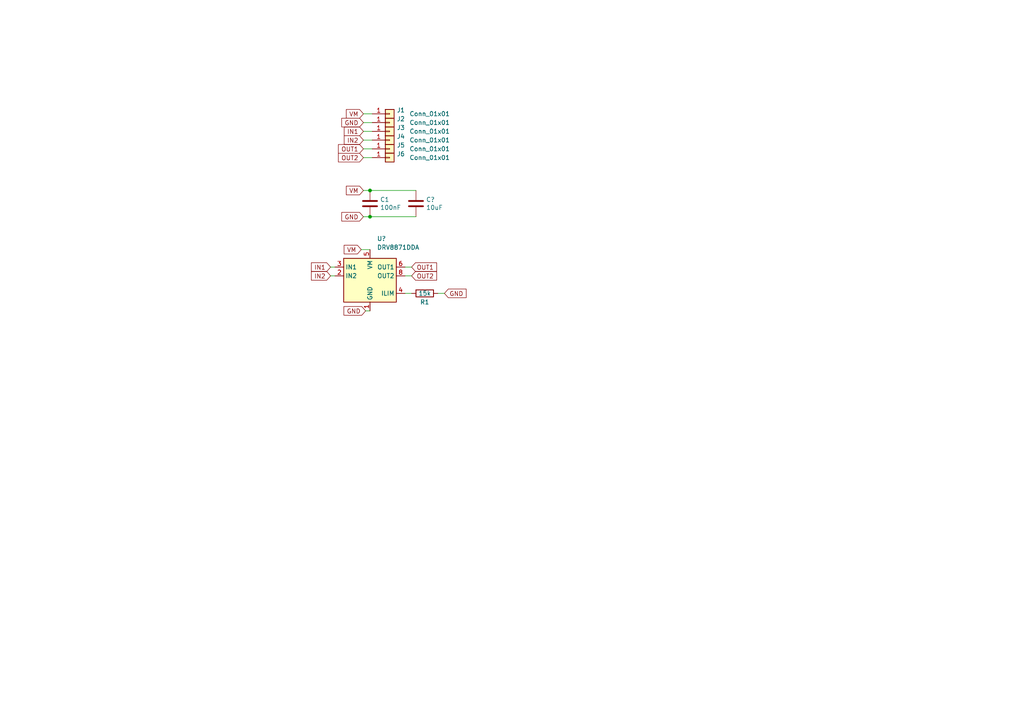
<source format=kicad_sch>
(kicad_sch (version 20211123) (generator eeschema)
  (paper "A4")
  (lib_symbols
    (symbol "Connector_Generic:Conn_01x01" (pin_names (offset 1.016) hide)
      (property "Reference" "J" (at 0 2.54 0))
      (property "Value" "Conn_01x01" (at 0 -2.54 0))
      (symbol "Conn_01x01_1_1"
        (rectangle (start -1.27 0.127) (end 0 -0.127) (stroke (width 0.1524)))
        (rectangle (start -1.27 1.27) (end 1.27 -1.27) (stroke (width 0.254)) (fill (type background)))
        (pin passive line (at -5.08 0 0) (length 3.81) (name "Pin_1") (number "1"))
      )
    )
    (symbol "Device:C" (pin_numbers hide) (pin_names (offset 0.254))
      (property "Reference" "C" (at 0.635 2.54 0))
      (property "Value" "C" (at 0.635 -2.54 0))
      (symbol "C_0_1"
        (polyline (pts (xy -2.032 -0.762) (xy 2.032 -0.762)) (stroke (width 0.508)))
        (polyline (pts (xy -2.032 0.762) (xy 2.032 0.762)) (stroke (width 0.508)))
      )
      (symbol "C_1_1"
        (pin passive line (at 0 3.81 270) (length 2.794) (name "~") (number "1"))
        (pin passive line (at 0 -3.81 90) (length 2.794) (name "~") (number "2"))
      )
    )
    (symbol "Device:R" (pin_numbers hide) (pin_names (offset 0))
      (property "Reference" "R" (at 2.032 0 90))
      (property "Value" "R" (at 0 0 90))
      (symbol "R_0_1"
        (rectangle (start -1.016 -2.54) (end 1.016 2.54) (stroke (width 0.254)))
      )
      (symbol "R_1_1"
        (pin passive line (at 0 3.81 270) (length 1.27) (name "~") (number "1"))
        (pin passive line (at 0 -3.81 90) (length 1.27) (name "~") (number "2"))
      )
    )
    (symbol "Driver_Motor:DRV8871DDA"
      (property "Reference" "U" (at -6.35 6.35 0))
      (property "Value" "DRV8871DDA" (at 8.89 6.35 0))
      (symbol "DRV8871DDA_0_1"
        (rectangle (start -7.62 5.08) (end 7.62 -7.62) (stroke (width 0.254)) (fill (type background)))
      )
      (symbol "DRV8871DDA_1_1"
        (pin power_in line (at 0 -10.16 90) (length 2.54) (name "GND") (number "1"))
        (pin input line (at -10.16 0 0) (length 2.54) (name "IN2") (number "2"))
        (pin input line (at -10.16 2.54 0) (length 2.54) (name "IN1") (number "3"))
        (pin passive line (at 10.16 -5.08 180) (length 2.54) (name "ILIM") (number "4"))
        (pin power_in line (at 0 7.62 270) (length 2.54) (name "VM") (number "5"))
        (pin output line (at 10.16 2.54 180) (length 2.54) (name "OUT1") (number "6"))
        (pin passive line (at 0 -10.16 90) (length 2.54) hide (name "GND") (number "7"))
        (pin output line (at 10.16 0 180) (length 2.54) (name "OUT2") (number "8"))
        (pin passive line (at 0 -10.16 90) (length 2.54) hide (name "GND") (number "9"))
      )
    )
  )
  (junction (at 107.315 55.245))
  (junction (at 107.315 62.865))
  (wire (pts (xy 95.885 77.47) (xy 97.155 77.47)))
  (wire (pts (xy 105.41 62.865) (xy 107.315 62.865)))
  (wire (pts (xy 105.41 40.64) (xy 107.95 40.64)))
  (wire (pts (xy 107.315 62.865) (xy 120.65 62.865)))
  (wire (pts (xy 106.045 90.17) (xy 107.315 90.17)))
  (wire (pts (xy 105.41 45.72) (xy 107.95 45.72)))
  (wire (pts (xy 105.41 35.56) (xy 107.95 35.56)))
  (wire (pts (xy 127 85.09) (xy 128.905 85.09)))
  (wire (pts (xy 95.885 80.01) (xy 97.155 80.01)))
  (wire (pts (xy 117.475 80.01) (xy 119.38 80.01)))
  (wire (pts (xy 117.475 77.47) (xy 119.38 77.47)))
  (wire (pts (xy 105.41 55.245) (xy 107.315 55.245)))
  (wire (pts (xy 117.475 85.09) (xy 119.38 85.09)))
  (wire (pts (xy 105.41 38.1) (xy 107.95 38.1)))
  (wire (pts (xy 105.41 43.18) (xy 107.95 43.18)))
  (wire (pts (xy 107.315 55.245) (xy 120.65 55.245)))
  (wire (pts (xy 105.41 33.02) (xy 107.95 33.02)))
  (wire (pts (xy 104.775 72.39) (xy 107.315 72.39)))
  (global_label "VM" (shape input) (at 105.41 33.02 180) (property "Intersheet References" "${INTERSHEET_REFS}" (effects hide)))
  (global_label "VM" (shape input) (at 105.41 55.245 180) (property "Intersheet References" "${INTERSHEET_REFS}" (effects hide)))
  (global_label "IN2" (shape input) (at 95.885 80.01 180) (property "Intersheet References" "${INTERSHEET_REFS}" (effects hide)))
  (global_label "GND" (shape input) (at 105.41 62.865 180) (property "Intersheet References" "${INTERSHEET_REFS}" (effects hide)))
  (global_label "GND" (shape input) (at 128.905 85.09 0) (property "Intersheet References" "${INTERSHEET_REFS}" (effects hide)))
  (global_label "IN2" (shape input) (at 105.41 40.64 180) (property "Intersheet References" "${INTERSHEET_REFS}" (effects hide)))
  (global_label "OUT1" (shape input) (at 105.41 43.18 180) (property "Intersheet References" "${INTERSHEET_REFS}" (effects hide)))
  (global_label "GND" (shape input) (at 105.41 35.56 180) (property "Intersheet References" "${INTERSHEET_REFS}" (effects hide)))
  (global_label "IN1" (shape input) (at 95.885 77.47 180) (property "Intersheet References" "${INTERSHEET_REFS}" (effects hide)))
  (global_label "OUT1" (shape input) (at 119.38 77.47 0) (property "Intersheet References" "${INTERSHEET_REFS}" (effects hide)))
  (global_label "VM" (shape input) (at 104.775 72.39 180) (property "Intersheet References" "${INTERSHEET_REFS}" (effects hide)))
  (global_label "OUT2" (shape input) (at 119.38 80.01 0) (property "Intersheet References" "${INTERSHEET_REFS}" (effects hide)))
  (global_label "OUT2" (shape input) (at 105.41 45.72 180) (property "Intersheet References" "${INTERSHEET_REFS}" (effects hide)))
  (global_label "IN1" (shape input) (at 105.41 38.1 180) (property "Intersheet References" "${INTERSHEET_REFS}" (effects hide)))
  (global_label "GND" (shape input) (at 106.045 90.17 180) (property "Intersheet References" "${INTERSHEET_REFS}" (effects hide)))
  (symbol (lib_id "Device:R") (at 123.19 85.09 90) (unit 1)
    (property "Reference" "R1" (at 123.19 87.63 90))
    (property "Value" "15k" (at 123.19 85.09 90))
    (property "Footprint" "Resistor_SMD:R_0603_1608Metric_Pad1.05x0.95mm_HandSolder" (effects hide))
    (property "LCSC" "C22809" (effects hide))
  )
  (symbol (lib_id "Device:C") (at 107.315 59.055 0) (unit 1)
    (property "Reference" "C1" (at 110.236 57.8866 0) (effects (justify left)))
    (property "Value" "100nF" (at 110.236 60.198 0) (effects (justify left)))
    (property "Footprint" "Capacitor_SMD:C_0603_1608Metric" (effects hide))
    (property "LCSC" "C14663" (effects hide))
  )
  (symbol (lib_id "Connector_Generic:Conn_01x01") (at 113.03 33.02 0) (unit 1)
    (property "Reference" "J1" (at 115.062 31.9532 0) (effects (justify left)))
    (property "Value" "Conn_01x01" (at 118.745 33.02 0) (effects (justify left)))
    (property "Footprint" "Chimere_mods:Castellated_conn" (effects hide))
  )
  (symbol (lib_id "Device:C") (at 120.65 59.055 180) (unit 1)
    (property "Reference" "C?" (at 123.571 57.8866 0) (effects (justify right)))
    (property "Value" "10uF" (at 123.571 60.198 0) (effects (justify right)))
    (property "Footprint" "Capacitor_SMD:C_0805_2012Metric" (effects hide))
    (property "LCSC" " C440198" (effects hide))
  )
  (symbol (lib_id "Connector_Generic:Conn_01x01") (at 113.03 45.72 0) (unit 1)
    (property "Reference" "J6" (at 115.062 44.6532 0) (effects (justify left)))
    (property "Value" "Conn_01x01" (at 118.745 45.72 0) (effects (justify left)))
    (property "Footprint" "Chimere_mods:Castellated_conn" (effects hide))
  )
  (symbol (lib_id "Connector_Generic:Conn_01x01") (at 113.03 35.56 0) (unit 1)
    (property "Reference" "J2" (at 115.062 34.4932 0) (effects (justify left)))
    (property "Value" "Conn_01x01" (at 118.745 35.56 0) (effects (justify left)))
    (property "Footprint" "Chimere_mods:Castellated_conn" (effects hide))
  )
  (symbol (lib_id "Connector_Generic:Conn_01x01") (at 113.03 40.64 0) (unit 1)
    (property "Reference" "J4" (at 115.062 39.5732 0) (effects (justify left)))
    (property "Value" "Conn_01x01" (at 118.745 40.64 0) (effects (justify left)))
    (property "Footprint" "Chimere_mods:Castellated_conn" (effects hide))
  )
  (symbol (lib_id "Connector_Generic:Conn_01x01") (at 113.03 38.1 0) (unit 1)
    (property "Reference" "J3" (at 115.062 37.0332 0) (effects (justify left)))
    (property "Value" "Conn_01x01" (at 118.745 38.1 0) (effects (justify left)))
    (property "Footprint" "Chimere_mods:Castellated_conn" (effects hide))
  )
  (symbol (lib_id "Driver_Motor:DRV8871DDA") (at 107.315 80.01 0) (unit 1)
    (property "Reference" "U?" (at 109.3344 69.215 0) (effects (justify left)))
    (property "Value" "DRV8871DDA" (at 109.3344 71.755 0) (effects (justify left)))
    (property "Footprint" "Package_SO:Texas_HTSOP-8-1EP_3.9x4.9mm_P1.27mm_EP2.95x4.9mm_Mask2.4x3.1mm_ThermalVias" (effects hide))
    (property "Datasheet" "http://www.ti.com/lit/ds/symlink/drv8871.pdf" (effects hide))
    (property "LCSC" "C75864" (effects hide))
  )
  (symbol (lib_id "Connector_Generic:Conn_01x01") (at 113.03 43.18 0) (unit 1)
    (property "Reference" "J5" (at 115.062 42.1132 0) (effects (justify left)))
    (property "Value" "Conn_01x01" (at 118.745 43.18 0) (effects (justify left)))
    (property "Footprint" "Chimere_mods:Castellated_conn" (effects hide))
  )
)
</source>
